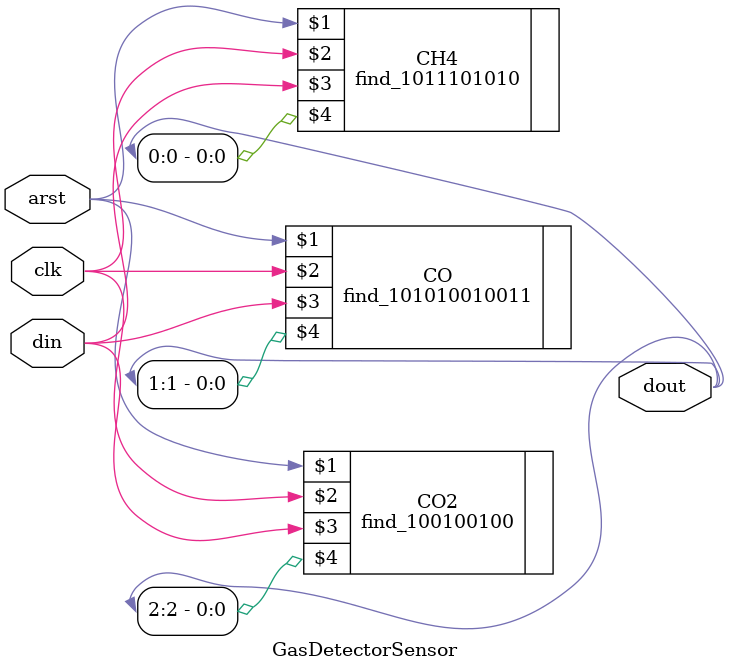
<source format=v>
/*--  *******************************************************
--  Computer Architecture Course, Laboratory Sources 
--  Amirkabir University of Technology (Tehran Polytechnic)
--  Department of Computer Engineering (CE-AUT)
--  https://ce[dot]aut[dot]ac[dot]ir
--  *******************************************************
--  All Rights reserved (C) 2019-2020
--  *******************************************************
--  Student ID  : 9831066
--  Student Name: Mohammad Mahdi Nemati Haravani
--  Student Mail: adel110@aut.at.ir
--  *******************************************************
--  Additional Comments:
--
--*/

/*-----------------------------------------------------------
---  Module Name: Gas Detector Sensor
---  Description: Module2:
-----------------------------------------------------------*/
`timescale 1 ns/1 ns

module GasDetectorSensor (
	input        arst     , // async reset
	input        clk      , // clock posedge
	input        din      , // input data 
	output [2:0] dout       // output data
);

	/* write your code here */
	find_1011101010 CH4(arst, clk, din, dout[0]);
	find_101010010011 CO(arst, clk, din, dout[1]);
	find_100100100 CO2(arst, clk, din, dout[2]);
	
	/* write your code here */

endmodule
</source>
